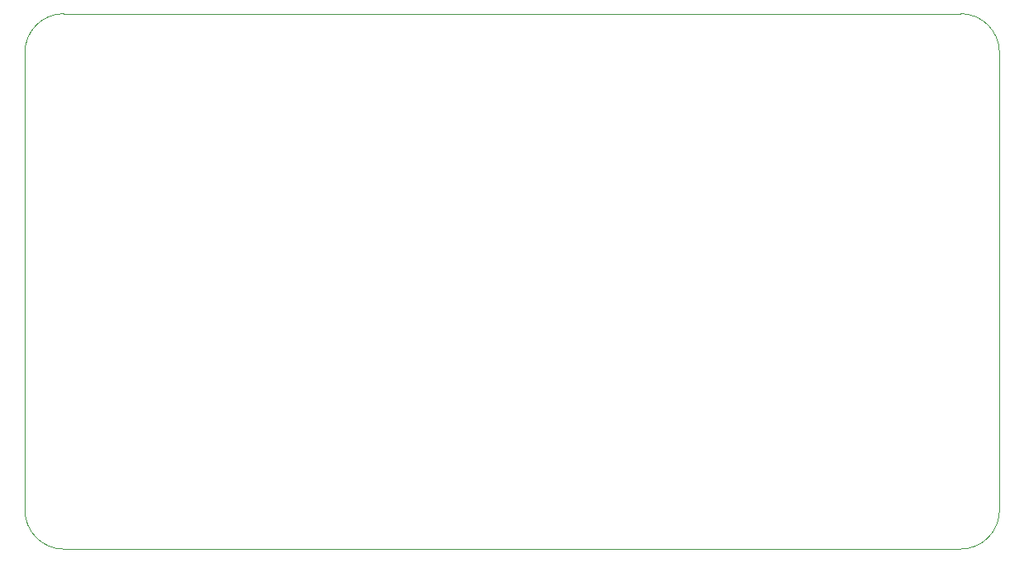
<source format=gbr>
%TF.GenerationSoftware,KiCad,Pcbnew,(6.0.2)*%
%TF.CreationDate,2022-05-29T08:20:39+05:30*%
%TF.ProjectId,AIO,41494f2e-6b69-4636-9164-5f7063625858,rev?*%
%TF.SameCoordinates,Original*%
%TF.FileFunction,Profile,NP*%
%FSLAX46Y46*%
G04 Gerber Fmt 4.6, Leading zero omitted, Abs format (unit mm)*
G04 Created by KiCad (PCBNEW (6.0.2)) date 2022-05-29 08:20:39*
%MOMM*%
%LPD*%
G01*
G04 APERTURE LIST*
%TA.AperFunction,Profile*%
%ADD10C,0.100000*%
%TD*%
G04 APERTURE END LIST*
D10*
X200000000Y-84000000D02*
X200000000Y-131000000D01*
X196000000Y-135000000D02*
X104000000Y-135000000D01*
X196000000Y-135000000D02*
G75*
G03*
X200000000Y-131000000I0J4000000D01*
G01*
X100000000Y-131000000D02*
G75*
G03*
X104000000Y-135000000I4000000J0D01*
G01*
X104000000Y-79998751D02*
X196000000Y-80000000D01*
X104000000Y-79998751D02*
G75*
G03*
X100000001Y-84100000I1J-4001250D01*
G01*
X100000000Y-131000000D02*
X100000001Y-84100000D01*
X200000000Y-84000000D02*
G75*
G03*
X196000000Y-80000000I-4000000J0D01*
G01*
M02*

</source>
